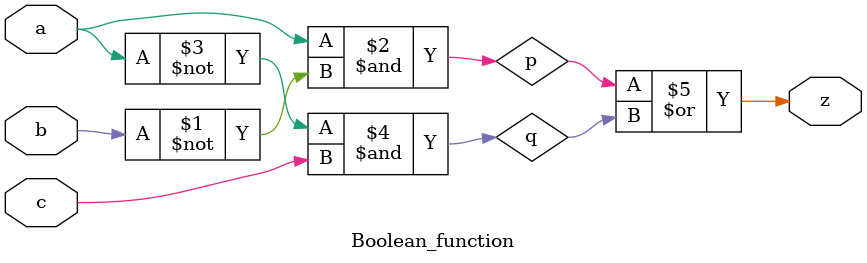
<source format=v>
`timescale 1ns / 1ps


module Boolean_function(
    input a,
    input b,
    input c,
    output z
    );
    
// implement z = ab' + a'c
wire p;
wire q;

assign p = a & ~b;
assign q = ~a & c;
assign z = p | q;

endmodule

</source>
